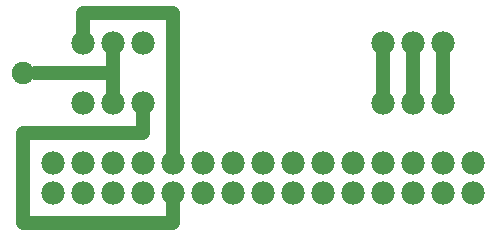
<source format=gtl>
G04 MADE WITH FRITZING*
G04 WWW.FRITZING.ORG*
G04 DOUBLE SIDED*
G04 HOLES PLATED*
G04 CONTOUR ON CENTER OF CONTOUR VECTOR*
%ASAXBY*%
%FSLAX23Y23*%
%MOIN*%
%OFA0B0*%
%SFA1.0B1.0*%
%ADD10C,0.078000*%
%ADD11C,0.075433*%
%ADD12C,0.048000*%
%LNCOPPER1*%
G90*
G70*
G54D10*
X324Y850D03*
X424Y850D03*
X524Y850D03*
X1324Y850D03*
X1424Y850D03*
X1524Y850D03*
X1324Y650D03*
X1424Y650D03*
X1524Y650D03*
X324Y650D03*
X424Y650D03*
X524Y650D03*
G54D11*
X124Y750D03*
G54D10*
X1624Y450D03*
X1524Y450D03*
X1424Y450D03*
X1324Y450D03*
X1224Y450D03*
X1124Y450D03*
X1024Y450D03*
X924Y450D03*
X824Y450D03*
X724Y450D03*
X624Y450D03*
X524Y450D03*
X424Y450D03*
X324Y450D03*
X224Y450D03*
X1624Y350D03*
X1524Y350D03*
X1424Y350D03*
X1324Y350D03*
X1224Y350D03*
X1124Y350D03*
X1024Y350D03*
X924Y350D03*
X824Y350D03*
X724Y350D03*
X624Y350D03*
X524Y350D03*
X424Y350D03*
X324Y350D03*
X224Y350D03*
G54D12*
X624Y308D02*
X624Y249D01*
D02*
X624Y249D02*
X124Y249D01*
D02*
X124Y249D02*
X124Y549D01*
D02*
X124Y549D02*
X523Y549D01*
D02*
X523Y549D02*
X523Y608D01*
D02*
X1324Y808D02*
X1324Y691D01*
D02*
X1424Y808D02*
X1424Y691D01*
D02*
X424Y808D02*
X424Y691D01*
D02*
X164Y749D02*
X424Y749D01*
D02*
X424Y749D02*
X424Y808D01*
D02*
X624Y491D02*
X624Y549D01*
D02*
X624Y549D02*
X624Y950D01*
D02*
X624Y950D02*
X324Y950D01*
D02*
X324Y950D02*
X324Y891D01*
D02*
X1524Y808D02*
X1524Y691D01*
G04 End of Copper1*
M02*
</source>
